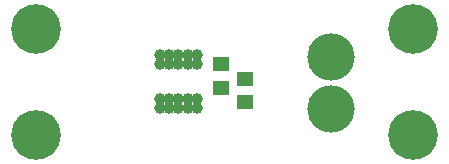
<source format=gbs>
G04*
G04 #@! TF.GenerationSoftware,Altium Limited,Altium Designer,22.5.1 (42)*
G04*
G04 Layer_Color=16711935*
%FSLAX44Y44*%
%MOMM*%
G71*
G04*
G04 #@! TF.SameCoordinates,57A0546F-C19F-4D55-9909-ACA7FCB6A21B*
G04*
G04*
G04 #@! TF.FilePolarity,Negative*
G04*
G01*
G75*
%ADD17C,4.0032*%
%ADD18C,4.2032*%
%ADD19C,1.0032*%
%ADD27R,1.4532X1.2032*%
D17*
X90000Y-22500D02*
D03*
Y21000D02*
D03*
D18*
X160000Y-45000D02*
D03*
Y45000D02*
D03*
X-160000D02*
D03*
Y-45000D02*
D03*
D19*
X-23000Y15000D02*
D03*
X-39000D02*
D03*
X-39000Y23250D02*
D03*
X-31000Y15000D02*
D03*
X-55000D02*
D03*
X-31000Y23250D02*
D03*
X-47000Y15000D02*
D03*
X-55000Y23250D02*
D03*
X-47000D02*
D03*
X-23000D02*
D03*
X-23000Y-22000D02*
D03*
X-31000D02*
D03*
X-39000D02*
D03*
X-47000D02*
D03*
X-55000D02*
D03*
Y-14000D02*
D03*
X-47000D02*
D03*
X-39000D02*
D03*
X-31000D02*
D03*
X-23000D02*
D03*
D27*
X-3000Y-5000D02*
D03*
Y15000D02*
D03*
X17000Y3000D02*
D03*
Y-17000D02*
D03*
M02*

</source>
